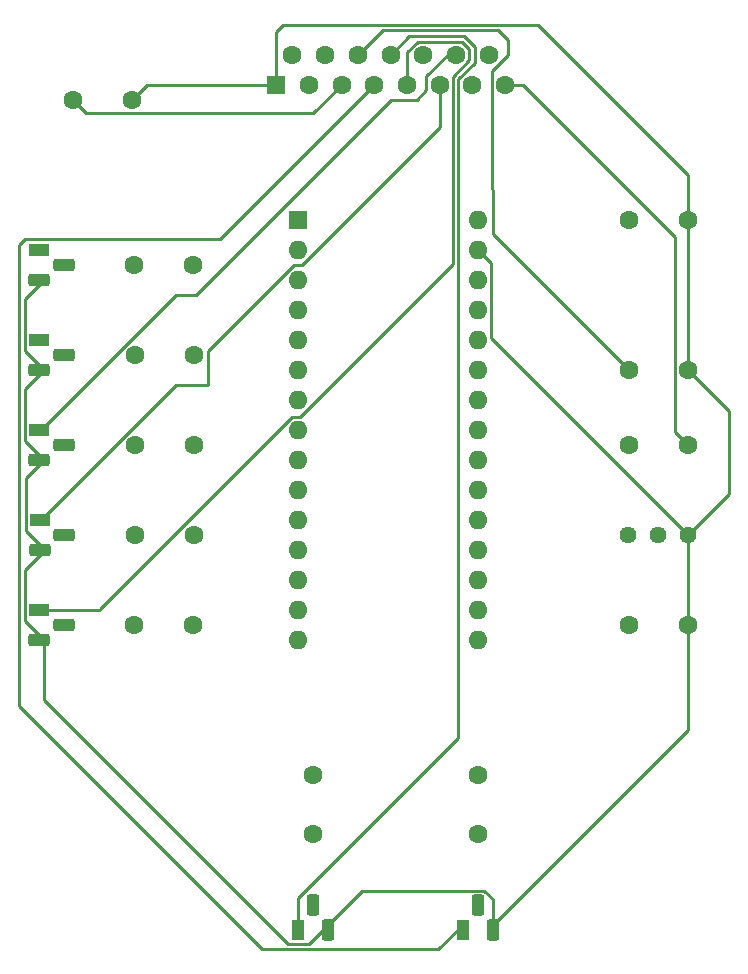
<source format=gbr>
%TF.GenerationSoftware,KiCad,Pcbnew,7.0.10-7.0.10~ubuntu22.04.1*%
%TF.CreationDate,2024-02-16T12:07:06-05:00*%
%TF.ProjectId,kicad,6b696361-642e-46b6-9963-61645f706362,rev?*%
%TF.SameCoordinates,Original*%
%TF.FileFunction,Copper,L2,Bot*%
%TF.FilePolarity,Positive*%
%FSLAX46Y46*%
G04 Gerber Fmt 4.6, Leading zero omitted, Abs format (unit mm)*
G04 Created by KiCad (PCBNEW 7.0.10-7.0.10~ubuntu22.04.1) date 2024-02-16 12:07:06*
%MOMM*%
%LPD*%
G01*
G04 APERTURE LIST*
G04 Aperture macros list*
%AMRoundRect*
0 Rectangle with rounded corners*
0 $1 Rounding radius*
0 $2 $3 $4 $5 $6 $7 $8 $9 X,Y pos of 4 corners*
0 Add a 4 corners polygon primitive as box body*
4,1,4,$2,$3,$4,$5,$6,$7,$8,$9,$2,$3,0*
0 Add four circle primitives for the rounded corners*
1,1,$1+$1,$2,$3*
1,1,$1+$1,$4,$5*
1,1,$1+$1,$6,$7*
1,1,$1+$1,$8,$9*
0 Add four rect primitives between the rounded corners*
20,1,$1+$1,$2,$3,$4,$5,0*
20,1,$1+$1,$4,$5,$6,$7,0*
20,1,$1+$1,$6,$7,$8,$9,0*
20,1,$1+$1,$8,$9,$2,$3,0*%
G04 Aperture macros list end*
%TA.AperFunction,ComponentPad*%
%ADD10C,1.600000*%
%TD*%
%TA.AperFunction,ComponentPad*%
%ADD11C,1.440000*%
%TD*%
%TA.AperFunction,ComponentPad*%
%ADD12R,1.800000X1.100000*%
%TD*%
%TA.AperFunction,ComponentPad*%
%ADD13RoundRect,0.275000X-0.625000X0.275000X-0.625000X-0.275000X0.625000X-0.275000X0.625000X0.275000X0*%
%TD*%
%TA.AperFunction,ComponentPad*%
%ADD14R,1.600000X1.600000*%
%TD*%
%TA.AperFunction,ComponentPad*%
%ADD15R,1.100000X1.800000*%
%TD*%
%TA.AperFunction,ComponentPad*%
%ADD16RoundRect,0.275000X-0.275000X-0.625000X0.275000X-0.625000X0.275000X0.625000X-0.275000X0.625000X0*%
%TD*%
%TA.AperFunction,ComponentPad*%
%ADD17O,1.600000X1.600000*%
%TD*%
%TA.AperFunction,Conductor*%
%ADD18C,0.250000*%
%TD*%
G04 APERTURE END LIST*
D10*
%TO.P,SW2,1,A*%
%TO.N,GND*%
X160020000Y-91440000D03*
%TO.P,SW2,2,B*%
%TO.N,Net-(J1-P13)*%
X155020000Y-91440000D03*
%TD*%
D11*
%TO.P,RV1,1,1*%
%TO.N,GND*%
X160020000Y-118110000D03*
%TO.P,RV1,2,2*%
%TO.N,Net-(A1-A0)*%
X157480000Y-118110000D03*
%TO.P,RV1,3,3*%
%TO.N,Net-(A1-VIN)*%
X154940000Y-118110000D03*
%TD*%
D12*
%TO.P,Q4,1,E*%
%TO.N,Net-(Q4-E)*%
X105170000Y-116840000D03*
D13*
%TO.P,Q4,2,B*%
%TO.N,Net-(Q4-B)*%
X107240000Y-118110000D03*
%TO.P,Q4,3,C*%
%TO.N,GND*%
X105170000Y-119380000D03*
%TD*%
D12*
%TO.P,Q3,1,E*%
%TO.N,Net-(Q3-E)*%
X105090000Y-124460000D03*
D13*
%TO.P,Q3,2,B*%
%TO.N,Net-(Q3-B)*%
X107160000Y-125730000D03*
%TO.P,Q3,3,C*%
%TO.N,GND*%
X105090000Y-127000000D03*
%TD*%
D10*
%TO.P,R7,1*%
%TO.N,Net-(Q7-B)*%
X113110000Y-95250000D03*
%TO.P,R7,2*%
%TO.N,Net-(A1-D2)*%
X118110000Y-95250000D03*
%TD*%
D12*
%TO.P,Q6,1,E*%
%TO.N,Net-(Q6-E)*%
X105090000Y-101600000D03*
D13*
%TO.P,Q6,2,B*%
%TO.N,Net-(Q6-B)*%
X107160000Y-102870000D03*
%TO.P,Q6,3,C*%
%TO.N,GND*%
X105090000Y-104140000D03*
%TD*%
D10*
%TO.P,R5,1*%
%TO.N,Net-(Q5-B)*%
X113190000Y-110490000D03*
%TO.P,R5,2*%
%TO.N,Net-(A1-D4)*%
X118190000Y-110490000D03*
%TD*%
%TO.P,SW1,1,A*%
%TO.N,GND*%
X160020000Y-125730000D03*
%TO.P,SW1,2,B*%
%TO.N,Net-(A1-D6)*%
X155020000Y-125730000D03*
%TD*%
D12*
%TO.P,Q7,1,E*%
%TO.N,Net-(J1-P15)*%
X105090000Y-93980000D03*
D13*
%TO.P,Q7,2,B*%
%TO.N,Net-(Q7-B)*%
X107160000Y-95250000D03*
%TO.P,Q7,3,C*%
%TO.N,GND*%
X105090000Y-96520000D03*
%TD*%
D10*
%TO.P,SW4,1,A*%
%TO.N,GND*%
X160020000Y-104140000D03*
%TO.P,SW4,2,B*%
%TO.N,Net-(J1-P111)*%
X155020000Y-104140000D03*
%TD*%
%TO.P,SW5,1,A*%
%TO.N,Net-(SW3-A)*%
X160020000Y-110490000D03*
%TO.P,SW5,2,B*%
%TO.N,Net-(A1-VIN)*%
X155020000Y-110490000D03*
%TD*%
D14*
%TO.P,J1,1,1*%
%TO.N,GND*%
X125155000Y-80010000D03*
D10*
%TO.P,J1,2,2*%
%TO.N,unconnected-(J1-Pad2)*%
X127925000Y-80010000D03*
%TO.P,J1,3,3*%
%TO.N,Net-(SW4-B)*%
X130695000Y-80010000D03*
%TO.P,J1,4,4*%
%TO.N,Net-(Q1-E)*%
X133465000Y-80010000D03*
%TO.P,J1,5,5*%
%TO.N,Net-(Q3-E)*%
X136235000Y-80010000D03*
%TO.P,J1,6,6*%
%TO.N,Net-(Q4-E)*%
X139005000Y-80010000D03*
%TO.P,J1,7,7*%
%TO.N,Net-(Q6-E)*%
X141775000Y-80010000D03*
%TO.P,J1,8,8*%
%TO.N,Net-(SW3-A)*%
X144545000Y-80010000D03*
%TO.P,J1,9,P9*%
%TO.N,unconnected-(J1-P9-Pad9)*%
X126540000Y-77470000D03*
%TO.P,J1,10,P10*%
%TO.N,unconnected-(J1-P10-Pad10)*%
X129310000Y-77470000D03*
%TO.P,J1,11,P111*%
%TO.N,Net-(J1-P111)*%
X132080000Y-77470000D03*
%TO.P,J1,12,P12*%
%TO.N,Net-(J1-P12)*%
X134850000Y-77470000D03*
%TO.P,J1,13,P13*%
%TO.N,Net-(J1-P13)*%
X137620000Y-77470000D03*
%TO.P,J1,14,P14*%
%TO.N,Net-(J1-P14)*%
X140390000Y-77470000D03*
%TO.P,J1,15,P15*%
%TO.N,Net-(J1-P15)*%
X143160000Y-77470000D03*
%TD*%
%TO.P,R3,1*%
%TO.N,Net-(Q3-B)*%
X113110000Y-125730000D03*
%TO.P,R3,2*%
%TO.N,Net-(A1-D10)*%
X118110000Y-125730000D03*
%TD*%
%TO.P,R2,1*%
%TO.N,Net-(Q2-B)*%
X128270000Y-143430000D03*
%TO.P,R2,2*%
%TO.N,Net-(A1-D11)*%
X128270000Y-138430000D03*
%TD*%
%TO.P,R4,1*%
%TO.N,Net-(Q4-B)*%
X113190000Y-118110000D03*
%TO.P,R4,2*%
%TO.N,Net-(A1-D9)*%
X118190000Y-118110000D03*
%TD*%
D12*
%TO.P,Q5,1,E*%
%TO.N,Net-(J1-P14)*%
X105090000Y-109220000D03*
D13*
%TO.P,Q5,2,B*%
%TO.N,Net-(Q5-B)*%
X107160000Y-110490000D03*
%TO.P,Q5,3,C*%
%TO.N,GND*%
X105090000Y-111760000D03*
%TD*%
D10*
%TO.P,SW3,1,A*%
%TO.N,GND*%
X112950000Y-81280000D03*
%TO.P,SW3,2,B*%
%TO.N,Net-(SW4-B)*%
X107950000Y-81280000D03*
%TD*%
%TO.P,R1,1*%
%TO.N,Net-(Q1-B)*%
X142240000Y-143430000D03*
%TO.P,R1,2*%
%TO.N,Net-(A1-D12)*%
X142240000Y-138430000D03*
%TD*%
D15*
%TO.P,Q1,1,E*%
%TO.N,Net-(Q1-E)*%
X140970000Y-151530000D03*
D16*
%TO.P,Q1,2,B*%
%TO.N,Net-(Q1-B)*%
X142240000Y-149460000D03*
%TO.P,Q1,3,C*%
%TO.N,GND*%
X143510000Y-151530000D03*
%TD*%
D14*
%TO.P,A1,1,D1/TX*%
%TO.N,unconnected-(A1-D1{slash}TX-Pad1)*%
X127000000Y-91440000D03*
D17*
%TO.P,A1,2,D0/RX*%
%TO.N,unconnected-(A1-D0{slash}RX-Pad2)*%
X127000000Y-93980000D03*
%TO.P,A1,3,~{RESET}*%
%TO.N,unconnected-(A1-~{RESET}-Pad3)*%
X127000000Y-96520000D03*
%TO.P,A1,4,GND*%
%TO.N,unconnected-(A1-GND-Pad4)*%
X127000000Y-99060000D03*
%TO.P,A1,5,D2*%
%TO.N,Net-(A1-D2)*%
X127000000Y-101600000D03*
%TO.P,A1,6,D3*%
%TO.N,Net-(A1-D3)*%
X127000000Y-104140000D03*
%TO.P,A1,7,D4*%
%TO.N,Net-(A1-D4)*%
X127000000Y-106680000D03*
%TO.P,A1,8,D5*%
%TO.N,unconnected-(A1-D5-Pad8)*%
X127000000Y-109220000D03*
%TO.P,A1,9,D6*%
%TO.N,Net-(A1-D6)*%
X127000000Y-111760000D03*
%TO.P,A1,10,D7*%
%TO.N,unconnected-(A1-D7-Pad10)*%
X127000000Y-114300000D03*
%TO.P,A1,11,D8*%
%TO.N,unconnected-(A1-D8-Pad11)*%
X127000000Y-116840000D03*
%TO.P,A1,12,D9*%
%TO.N,Net-(A1-D9)*%
X127000000Y-119380000D03*
%TO.P,A1,13,D10*%
%TO.N,Net-(A1-D10)*%
X127000000Y-121920000D03*
%TO.P,A1,14,D11*%
%TO.N,Net-(A1-D11)*%
X127000000Y-124460000D03*
%TO.P,A1,15,D12*%
%TO.N,Net-(A1-D12)*%
X127000000Y-127000000D03*
%TO.P,A1,16,D13*%
%TO.N,unconnected-(A1-D13-Pad16)*%
X142240000Y-127000000D03*
%TO.P,A1,17,3V3*%
%TO.N,unconnected-(A1-3V3-Pad17)*%
X142240000Y-124460000D03*
%TO.P,A1,18,AREF*%
%TO.N,unconnected-(A1-AREF-Pad18)*%
X142240000Y-121920000D03*
%TO.P,A1,19,A0*%
%TO.N,Net-(A1-A0)*%
X142240000Y-119380000D03*
%TO.P,A1,20,A1*%
%TO.N,unconnected-(A1-A1-Pad20)*%
X142240000Y-116840000D03*
%TO.P,A1,21,A2*%
%TO.N,unconnected-(A1-A2-Pad21)*%
X142240000Y-114300000D03*
%TO.P,A1,22,A3*%
%TO.N,unconnected-(A1-A3-Pad22)*%
X142240000Y-111760000D03*
%TO.P,A1,23,A4*%
%TO.N,unconnected-(A1-A4-Pad23)*%
X142240000Y-109220000D03*
%TO.P,A1,24,A5*%
%TO.N,unconnected-(A1-A5-Pad24)*%
X142240000Y-106680000D03*
%TO.P,A1,25,A6*%
%TO.N,unconnected-(A1-A6-Pad25)*%
X142240000Y-104140000D03*
%TO.P,A1,26,A7*%
%TO.N,unconnected-(A1-A7-Pad26)*%
X142240000Y-101600000D03*
%TO.P,A1,27,+5V*%
%TO.N,unconnected-(A1-+5V-Pad27)*%
X142240000Y-99060000D03*
%TO.P,A1,28,~{RESET}*%
%TO.N,unconnected-(A1-~{RESET}-Pad28)*%
X142240000Y-96520000D03*
%TO.P,A1,29,GND*%
%TO.N,GND*%
X142240000Y-93980000D03*
%TO.P,A1,30,VIN*%
%TO.N,Net-(A1-VIN)*%
X142240000Y-91440000D03*
%TD*%
D10*
%TO.P,R6,1*%
%TO.N,Net-(Q6-B)*%
X113190000Y-102870000D03*
%TO.P,R6,2*%
%TO.N,Net-(A1-D3)*%
X118190000Y-102870000D03*
%TD*%
D15*
%TO.P,Q2,1,E*%
%TO.N,Net-(J1-P12)*%
X127000000Y-151530000D03*
D16*
%TO.P,Q2,2,B*%
%TO.N,Net-(Q2-B)*%
X128270000Y-149460000D03*
%TO.P,Q2,3,C*%
%TO.N,GND*%
X129540000Y-151530000D03*
%TD*%
D18*
%TO.N,Net-(Q1-E)*%
X120370000Y-93105000D02*
X133465000Y-80010000D01*
X103415000Y-132625000D02*
X103415000Y-93555000D01*
X138895000Y-153205000D02*
X123995000Y-153205000D01*
X103865000Y-93105000D02*
X120370000Y-93105000D01*
X140970000Y-151130000D02*
X138895000Y-153205000D01*
X123995000Y-153205000D02*
X103415000Y-132625000D01*
X103415000Y-93555000D02*
X103865000Y-93105000D01*
%TO.N,Net-(Q3-E)*%
X140855991Y-76345000D02*
X137154009Y-76345000D01*
X105490000Y-124460000D02*
X110249009Y-124460000D01*
X110249009Y-124380000D02*
X126534009Y-108095000D01*
X141515000Y-77935991D02*
X141515000Y-77004009D01*
X126534009Y-108095000D02*
X127175991Y-108095000D01*
X137154009Y-76345000D02*
X136235000Y-77264009D01*
X127175991Y-108095000D02*
X140130000Y-95140991D01*
X140130000Y-95140991D02*
X140130000Y-79320991D01*
X136235000Y-77264009D02*
X136235000Y-80010000D01*
X141515000Y-77004009D02*
X140855991Y-76345000D01*
X110249009Y-124460000D02*
X110249009Y-124380000D01*
X140130000Y-79320991D02*
X141515000Y-77935991D01*
%TO.N,Net-(Q4-E)*%
X127320991Y-95250000D02*
X139005000Y-83565991D01*
X105570000Y-116840000D02*
X105570000Y-116519009D01*
X116679009Y-105410000D02*
X119380000Y-105410000D01*
X105570000Y-116519009D02*
X116679009Y-105410000D01*
X126679009Y-95250000D02*
X127320991Y-95250000D01*
X119380000Y-105410000D02*
X119380000Y-102549009D01*
X139005000Y-83565991D02*
X139005000Y-80010000D01*
X119380000Y-102549009D02*
X126679009Y-95250000D01*
%TO.N,Net-(SW3-A)*%
X158895000Y-109365000D02*
X158895000Y-92855000D01*
X146050000Y-80010000D02*
X144545000Y-80010000D01*
X158895000Y-92855000D02*
X146050000Y-80010000D01*
X160020000Y-110490000D02*
X158895000Y-109365000D01*
%TO.N,Net-(J1-P12)*%
X141965000Y-78122387D02*
X141965000Y-76817613D01*
X141965000Y-76817613D02*
X141042387Y-75895000D01*
X127000000Y-148880000D02*
X140580000Y-135300000D01*
X127000000Y-151130000D02*
X127000000Y-148880000D01*
X136425000Y-75895000D02*
X134850000Y-77470000D01*
X141042387Y-75895000D02*
X136425000Y-75895000D01*
X140580000Y-79507387D02*
X141965000Y-78122387D01*
X140580000Y-135300000D02*
X140580000Y-79507387D01*
%TO.N,Net-(J1-P14)*%
X137880000Y-80475991D02*
X137880000Y-79290000D01*
X105490000Y-108979009D02*
X116679009Y-97790000D01*
X118400000Y-97790000D02*
X134910000Y-81280000D01*
X139700000Y-77470000D02*
X140390000Y-77470000D01*
X137880000Y-79290000D02*
X139700000Y-77470000D01*
X116679009Y-97790000D02*
X118400000Y-97790000D01*
X134910000Y-81280000D02*
X137075991Y-81280000D01*
X105490000Y-109220000D02*
X105490000Y-108979009D01*
X137075991Y-81280000D02*
X137880000Y-80475991D01*
%TO.N,GND*%
X105570000Y-119380000D02*
X103945000Y-117755000D01*
X126125000Y-152755000D02*
X105490000Y-132120000D01*
X105490000Y-132120000D02*
X105490000Y-127000000D01*
X132435000Y-148235000D02*
X129540000Y-151130000D01*
X105490000Y-104140000D02*
X103865000Y-102515000D01*
X103865000Y-125375000D02*
X103865000Y-121085000D01*
X103865000Y-98145000D02*
X105490000Y-96520000D01*
X160020000Y-125730000D02*
X160020000Y-134620000D01*
X160020000Y-125730000D02*
X160020000Y-118110000D01*
X103945000Y-117755000D02*
X103945000Y-113305000D01*
X163509009Y-114620991D02*
X163509009Y-107629009D01*
X129540000Y-151130000D02*
X127915000Y-152755000D01*
X103865000Y-102515000D02*
X103865000Y-98145000D01*
X142771148Y-148235000D02*
X132435000Y-148235000D01*
X114220000Y-80010000D02*
X112950000Y-81280000D01*
X103945000Y-113305000D02*
X105490000Y-111760000D01*
X160020000Y-91440000D02*
X160020000Y-87630000D01*
X105490000Y-127000000D02*
X103865000Y-125375000D01*
X143365000Y-101455000D02*
X160020000Y-118110000D01*
X160020000Y-118110000D02*
X163509009Y-114620991D01*
X143510000Y-151130000D02*
X143510000Y-148973852D01*
X142240000Y-93980000D02*
X143365000Y-95105000D01*
X147320000Y-74930000D02*
X125730000Y-74930000D01*
X105490000Y-111760000D02*
X103865000Y-110135000D01*
X103865000Y-121085000D02*
X105570000Y-119380000D01*
X125155000Y-75505000D02*
X125155000Y-80010000D01*
X114220000Y-80010000D02*
X125155000Y-80010000D01*
X160020000Y-134620000D02*
X143510000Y-151130000D01*
X160020000Y-87630000D02*
X147320000Y-74930000D01*
X103865000Y-105765000D02*
X105490000Y-104140000D01*
X143510000Y-148973852D02*
X142771148Y-148235000D01*
X143365000Y-95105000D02*
X143365000Y-101455000D01*
X127915000Y-152755000D02*
X126125000Y-152755000D01*
X160020000Y-104140000D02*
X160020000Y-91440000D01*
X163509009Y-107629009D02*
X160020000Y-104140000D01*
X103865000Y-110135000D02*
X103865000Y-105765000D01*
X125730000Y-74930000D02*
X125155000Y-75505000D01*
%TO.N,Net-(J1-P111)*%
X144780000Y-76200000D02*
X143960000Y-75380000D01*
X144780000Y-77470000D02*
X144780000Y-76200000D01*
X143420000Y-78830000D02*
X144780000Y-77470000D01*
X143420000Y-88810000D02*
X143420000Y-78830000D01*
X143960000Y-75380000D02*
X134170000Y-75380000D01*
X155020000Y-104140000D02*
X143510000Y-92630000D01*
X134170000Y-75380000D02*
X132080000Y-77470000D01*
X143510000Y-88900000D02*
X143420000Y-88810000D01*
X143510000Y-92630000D02*
X143510000Y-88900000D01*
%TO.N,Net-(SW4-B)*%
X128300000Y-82405000D02*
X130695000Y-80010000D01*
X107950000Y-81280000D02*
X109075000Y-82405000D01*
X109075000Y-82405000D02*
X128300000Y-82405000D01*
%TD*%
M02*

</source>
